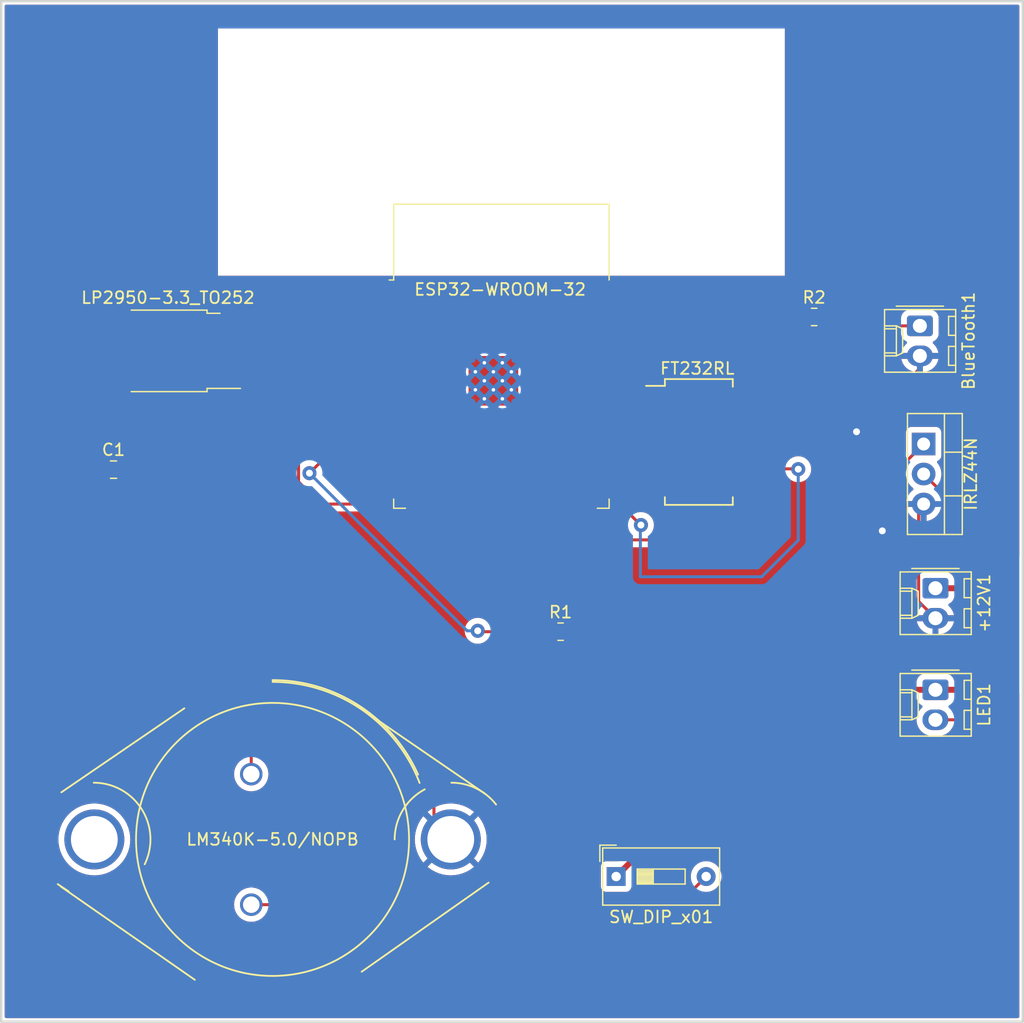
<source format=kicad_pcb>
(kicad_pcb (version 20221018) (generator pcbnew)
  (layers (0 "F.Cu" signal) (31 "B.Cu" signal) (34 "B.Paste" user) (35 "F.Paste" user) (36 "B.SilkS" user "B.Silkscreen") (37 "F.SilkS" user "F.Silkscreen") (38 "B.Mask" user) (39 "F.Mask" user) (44 "Edge.Cuts" user))
  (net 0 "")
  (net 1 "GND")
  (net 2 "Net-(Q1-G)")
  (net 3 "Net-(U3-IO26)")
  (net 4 "Net-(U3-IO23)")
  (net 5 "Net-(U1-IN)")
  (net 7 "Net-(U2-VO)")
  (net 36 "Net-(U3-IO0)")
  (net 37 "Net-(U3-RXD0{slash}IO3)")
  (net 39 "Net-(U3-TXD0{slash}IO1)")
  (net 61 "Net-(+12V1-Pin_1)")
  (net 62 "Net-(LED1-Pin_2)")
  (net 63 "Net-(BlueTooth1-Pin_1)")
  (net 64 "Net-(U1-OUT)")
  (footprint "footprints:LM340K-5.0&slash_NOPB" (layer "F.Cu") (at 114.3 127.889)
    (fp_text reference "U1" hide)
    (fp_text value "LM340K-5.0/NOPB" (at 1.8034 -5.5245) (layer "F.SilkS"))
    (fp_line (start -16.383 -1.7399) (end -15.4686 -1.1303) (stroke (width 0.1524)) (layer "F.SilkS"))
    (fp_line (start -16.129 -1.5367) (end -4.7752 6.3627) (stroke (width 0.1524)) (layer "F.SilkS"))
    (fp_line (start -16.0782 -9.5123) (end -5.6642 -16.6243) (stroke (width 0.1524)) (layer "F.SilkS"))
    (fp_line (start 8.7884 -16.9545) (end 10.8204 -15.5575) (stroke (width 0.1524)) (layer "F.SilkS"))
    (fp_line (start 9.2456 -16.6243) (end 19.7612 -9.4107) (stroke (width 0.1524)) (layer "F.SilkS"))
    (fp_line (start 9.3472 5.6769) (end 20.0914 -1.8669) (stroke (width 0.1524)) (layer "F.SilkS"))
    (fp_arc (start -13.335 -10.3251) (mid -9.26386 -8.06843) (end -9.020249 -3.420055) (stroke (width 0.1524)) (layer "F.SilkS"))
    (fp_arc (start 1.8034 -19.0119) (mid 9.149164 -16.835985) (end 14.124753 -11.01032) (stroke (width 0.1524)) (layer "F.SilkS"))
    (fp_arc (start 1.8034 -18.8595) (mid 9.356427 -16.514223) (end 14.252695 -10.303337) (stroke (width 0.1524)) (layer "F.SilkS"))
    (fp_arc (start 12.1412 -5.5245) (mid 12.826883 -7.996992) (end 14.688055 -9.763178) (stroke (width 0.1524)) (layer "F.SilkS"))
    (fp_arc (start 16.9418 -10.3251) (mid 19.046245 -9.839251) (end 20.724724 -8.480044) (stroke (width 0.1524)) (layer "F.SilkS"))
    (fp_circle (center 1.8034 -5.5245) (end 13.3604 -5.5245) (stroke (width 0.1524)) (fill none) (layer "F.SilkS"))
    (pad "1" thru_hole circle (at 0 0 90) (size 1.905 1.905) (drill 1.397) (layers "*.Cu" "*.Mask") (net 5 "Net-(U1-IN)"))
    (pad "2" thru_hole circle (at 0 -11.049 90) (size 1.905 1.905) (drill 1.397) (layers "*.Cu" "*.Mask") (net 64 "Net-(U1-OUT)"))
    (pad "3" thru_hole circle (at 16.891 -5.5245) (size 5.08 5.08) (drill 3.9624) (layers "*.Cu" "*.Mask") (net 1 "GND"))
    (pad "4" thru_hole circle (at -13.2842 -5.5245) (size 5.08 5.08) (drill 3.9624) (layers "*.Cu" "*.Mask"))
  )
  (footprint "Package_TO_SOT_THT:TO-220-3_Vertical" (layer "F.Cu") (at 171.223388 88.891149 -90)
    (fp_text reference "Q1" hide)
    (fp_text value "IRLZ44N" (at 2.54 -3.993 90) (layer "F.SilkS"))
    (fp_line (start -2.58 -3.27) (end -2.58 1.371) (stroke (width 0.12)) (layer "F.SilkS"))
    (fp_line (start -2.58 -3.27) (end 7.66 -3.27) (stroke (width 0.12)) (layer "F.SilkS"))
    (fp_line (start -2.58 -1.76) (end 7.66 -1.76) (stroke (width 0.12)) (layer "F.SilkS"))
    (fp_line (start -2.58 1.371) (end 7.66 1.371) (stroke (width 0.12)) (layer "F.SilkS"))
    (fp_line (start 0.69 -3.27) (end 0.69 -1.76) (stroke (width 0.12)) (layer "F.SilkS"))
    (fp_line (start 4.391 -3.27) (end 4.391 -1.76) (stroke (width 0.12)) (layer "F.SilkS"))
    (fp_line (start 7.66 -3.27) (end 7.66 1.371) (stroke (width 0.12)) (layer "F.SilkS"))
    (pad "1" thru_hole rect (at 0 0 270) (size 1.905 2) (drill 1.1) (layers "*.Cu" "*.Mask") (net 2 "Net-(Q1-G)"))
    (pad "2" thru_hole oval (at 2.54 0 270) (size 1.905 2) (drill 1.1) (layers "*.Cu" "*.Mask") (net 62 "Net-(LED1-Pin_2)"))
    (pad "3" thru_hole oval (at 5.08 0 270) (size 1.905 2) (drill 1.1) (layers "*.Cu" "*.Mask") (net 1 "GND"))
  )
  (footprint "Resistor_SMD:R_0805_2012Metric_Pad1.20x1.40mm_HandSolder" (layer "F.Cu") (at 161.95249 78.134426)
    (fp_text reference "R2" (at 0 -1.65) (layer "F.SilkS"))
    (fp_text value "10000")
    (fp_line (start -0.227064 -0.735) (end 0.227064 -0.735) (stroke (width 0.12)) (layer "F.SilkS"))
    (fp_line (start -0.227064 0.735) (end 0.227064 0.735) (stroke (width 0.12)) (layer "F.SilkS"))
    (pad "1" smd roundrect (at -1 0) (size 1.2 1.4) (layers "F.Cu" "F.Paste" "F.Mask") (roundrect_rratio 0.2083333333) (net 4 "Net-(U3-IO23)"))
    (pad "2" smd roundrect (at 1 0) (size 1.2 1.4) (layers "F.Cu" "F.Paste" "F.Mask") (roundrect_rratio 0.2083333333) (net 63 "Net-(BlueTooth1-Pin_1)"))
  )
  (footprint "Connector_Molex:Molex_KK-254_AE-6410-02A_1x02_P2.54mm_Vertical" (layer "F.Cu") (at 172.221597 101.099857 -90)
    (fp_text reference "+12V1" (at 1.27 -4.12 90) (layer "F.SilkS"))
    (fp_text value "Conn_01x02")
    (fp_line (start -1.67 -2) (end -1.67 2) (stroke (width 0.12)) (layer "F.SilkS"))
    (fp_line (start -1.38 -3.03) (end -1.38 2.99) (stroke (width 0.12)) (layer "F.SilkS"))
    (fp_line (start -1.38 2.99) (end 3.92 2.99) (stroke (width 0.12)) (layer "F.SilkS"))
    (fp_line (start -0.8 -3.03) (end -0.8 -2.43) (stroke (width 0.12)) (layer "F.SilkS"))
    (fp_line (start -0.8 -2.43) (end 0.8 -2.43) (stroke (width 0.12)) (layer "F.SilkS"))
    (fp_line (start 0 1.99) (end 0.25 1.46) (stroke (width 0.12)) (layer "F.SilkS"))
    (fp_line (start 0 1.99) (end 2.54 1.99) (stroke (width 0.12)) (layer "F.SilkS"))
    (fp_line (start 0 2.99) (end 0 1.99) (stroke (width 0.12)) (layer "F.SilkS"))
    (fp_line (start 0.25 1.46) (end 2.29 1.46) (stroke (width 0.12)) (layer "F.SilkS"))
    (fp_line (start 0.25 2.99) (end 0.25 1.99) (stroke (width 0.12)) (layer "F.SilkS"))
    (fp_line (start 0.8 -2.43) (end 0.8 -3.03) (stroke (width 0.12)) (layer "F.SilkS"))
    (fp_line (start 1.74 -3.03) (end 1.74 -2.43) (stroke (width 0.12)) (layer "F.SilkS"))
    (fp_line (start 1.74 -2.43) (end 3.34 -2.43) (stroke (width 0.12)) (layer "F.SilkS"))
    (fp_line (start 2.29 1.46) (end 2.54 1.99) (stroke (width 0.12)) (layer "F.SilkS"))
    (fp_line (start 2.29 2.99) (end 2.29 1.99) (stroke (width 0.12)) (layer "F.SilkS"))
    (fp_line (start 2.54 1.99) (end 2.54 2.99) (stroke (width 0.12)) (layer "F.SilkS"))
    (fp_line (start 3.34 -2.43) (end 3.34 -3.03) (stroke (width 0.12)) (layer "F.SilkS"))
    (fp_line (start 3.92 -3.03) (end -1.38 -3.03) (stroke (width 0.12)) (layer "F.SilkS"))
    (fp_line (start 3.92 2.99) (end 3.92 -3.03) (stroke (width 0.12)) (layer "F.SilkS"))
    (pad "1" thru_hole roundrect (at 0 0 270) (size 1.74 2.19) (drill 1.19) (layers "*.Cu" "*.Mask") (roundrect_rratio 0.1436781609) (net 61 "Net-(+12V1-Pin_1)"))
    (pad "2" thru_hole oval (at 2.54 0 270) (size 1.74 2.19) (drill 1.19) (layers "*.Cu" "*.Mask") (net 1 "GND"))
  )
  (footprint "Connector_Molex:Molex_KK-254_AE-6410-02A_1x02_P2.54mm_Vertical" (layer "F.Cu") (at 170.904782 78.889055 -90)
    (fp_text reference "BlueTooth1" (at 1.27 -4.12 90) (layer "F.SilkS"))
    (fp_text value "LED" hide)
    (fp_line (start -1.67 -2) (end -1.67 2) (stroke (width 0.12)) (layer "F.SilkS"))
    (fp_line (start -1.38 -3.03) (end -1.38 2.99) (stroke (width 0.12)) (layer "F.SilkS"))
    (fp_line (start -1.38 2.99) (end 3.92 2.99) (stroke (width 0.12)) (layer "F.SilkS"))
    (fp_line (start -0.8 -3.03) (end -0.8 -2.43) (stroke (width 0.12)) (layer "F.SilkS"))
    (fp_line (start -0.8 -2.43) (end 0.8 -2.43) (stroke (width 0.12)) (layer "F.SilkS"))
    (fp_line (start 0 1.99) (end 0.25 1.46) (stroke (width 0.12)) (layer "F.SilkS"))
    (fp_line (start 0 1.99) (end 2.54 1.99) (stroke (width 0.12)) (layer "F.SilkS"))
    (fp_line (start 0 2.99) (end 0 1.99) (stroke (width 0.12)) (layer "F.SilkS"))
    (fp_line (start 0.25 1.46) (end 2.29 1.46) (stroke (width 0.12)) (layer "F.SilkS"))
    (fp_line (start 0.25 2.99) (end 0.25 1.99) (stroke (width 0.12)) (layer "F.SilkS"))
    (fp_line (start 0.8 -2.43) (end 0.8 -3.03) (stroke (width 0.12)) (layer "F.SilkS"))
    (fp_line (start 1.74 -3.03) (end 1.74 -2.43) (stroke (width 0.12)) (layer "F.SilkS"))
    (fp_line (start 1.74 -2.43) (end 3.34 -2.43) (stroke (width 0.12)) (layer "F.SilkS"))
    (fp_line (start 2.29 1.46) (end 2.54 1.99) (stroke (width 0.12)) (layer "F.SilkS"))
    (fp_line (start 2.29 2.99) (end 2.29 1.99) (stroke (width 0.12)) (layer "F.SilkS"))
    (fp_line (start 2.54 1.99) (end 2.54 2.99) (stroke (width 0.12)) (layer "F.SilkS"))
    (fp_line (start 3.34 -2.43) (end 3.34 -3.03) (stroke (width 0.12)) (layer "F.SilkS"))
    (fp_line (start 3.92 -3.03) (end -1.38 -3.03) (stroke (width 0.12)) (layer "F.SilkS"))
    (fp_line (start 3.92 2.99) (end 3.92 -3.03) (stroke (width 0.12)) (layer "F.SilkS"))
    (pad "1" thru_hole roundrect (at 0 0 270) (size 1.74 2.19) (drill 1.19) (layers "*.Cu" "*.Mask") (roundrect_rratio 0.1436781609) (net 63 "Net-(BlueTooth1-Pin_1)"))
    (pad "2" thru_hole oval (at 2.54 0 270) (size 1.74 2.19) (drill 1.19) (layers "*.Cu" "*.Mask") (net 1 "GND"))
  )
  (footprint "Resistor_SMD:R_0805_2012Metric_Pad1.20x1.40mm_HandSolder" (layer "F.Cu") (at 140.489846 104.778417)
    (fp_text reference "R1" (at 0 -1.65) (layer "F.SilkS"))
    (fp_text value "10000")
    (fp_line (start -0.227064 -0.735) (end 0.227064 -0.735) (stroke (width 0.12)) (layer "F.SilkS"))
    (fp_line (start -0.227064 0.735) (end 0.227064 0.735) (stroke (width 0.12)) (layer "F.SilkS"))
    (pad "1" smd roundrect (at -1 0) (size 1.2 1.4) (layers "F.Cu" "F.Paste" "F.Mask") (roundrect_rratio 0.2083333333) (net 3 "Net-(U3-IO26)"))
    (pad "2" smd roundrect (at 1 0) (size 1.2 1.4) (layers "F.Cu" "F.Paste" "F.Mask") (roundrect_rratio 0.2083333333) (net 2 "Net-(Q1-G)"))
  )
  (footprint "Package_TO_SOT_SMD:TO-252-2" (layer "F.Cu") (at 107.246778 81.004418 180)
    (fp_text reference "U2" hide)
    (fp_text value "LP2950-3.3_TO252" (at 0 4.5) (layer "F.SilkS"))
    (fp_line (start -3.31 -3.45) (end -3.31 -3.18) (stroke (width 0.12)) (layer "F.SilkS"))
    (fp_line (start -3.31 -3.18) (end -6.14 -3.18) (stroke (width 0.12)) (layer "F.SilkS"))
    (fp_line (start -3.31 3.18) (end -4.41 3.18) (stroke (width 0.12)) (layer "F.SilkS"))
    (fp_line (start -3.31 3.45) (end -3.31 3.18) (stroke (width 0.12)) (layer "F.SilkS"))
    (fp_line (start 3.11 -3.45) (end -3.31 -3.45) (stroke (width 0.12)) (layer "F.SilkS"))
    (fp_line (start 3.11 3.45) (end -3.31 3.45) (stroke (width 0.12)) (layer "F.SilkS"))
    (pad "1" smd roundrect (at -5.04 -2.28 180) (size 2.2 1.2) (layers "F.Cu" "F.Paste" "F.Mask") (roundrect_rratio 0.2083333333) (net 64 "Net-(U1-OUT)"))
    (pad "2" smd roundrect (at -0.415 -1.525 180) (size 3.05 2.75) (layers "F.Cu" "F.Paste") (roundrect_rratio 0.09090909091) (net 1 "GND"))
    (pad "2" smd roundrect (at -0.415 1.525 180) (size 3.05 2.75) (layers "F.Cu" "F.Paste") (roundrect_rratio 0.09090909091) (net 1 "GND"))
    (pad "2" smd roundrect (at 1.26 0 180) (size 6.4 5.8) (layers "F.Cu" "F.Mask") (roundrect_rratio 0.04310293103) (net 1 "GND"))
    (pad "2" smd roundrect (at 2.935 -1.525 180) (size 3.05 2.75) (layers "F.Cu" "F.Paste") (roundrect_rratio 0.09090909091) (net 1 "GND"))
    (pad "2" smd roundrect (at 2.935 1.525 180) (size 3.05 2.75) (layers "F.Cu" "F.Paste") (roundrect_rratio 0.09090909091) (net 1 "GND"))
    (pad "3" smd roundrect (at -5.04 2.28 180) (size 2.2 1.2) (layers "F.Cu" "F.Paste" "F.Mask") (roundrect_rratio 0.2083333333) (net 7 "Net-(U2-VO)"))
  )
  (footprint "Capacitor_SMD:C_0805_2012Metric_Pad1.18x1.45mm_HandSolder" (layer "F.Cu") (at 102.6375 91.059)
    (fp_text reference "C1" (at 0 -1.68) (layer "F.SilkS"))
    (fp_text value "0.0000001")
    (fp_line (start -0.261252 -0.735) (end 0.261252 -0.735) (stroke (width 0.12)) (layer "F.SilkS"))
    (fp_line (start -0.261252 0.735) (end 0.261252 0.735) (stroke (width 0.12)) (layer "F.SilkS"))
    (pad "1" smd roundrect (at -1.0375 0) (size 1.175 1.45) (layers "F.Cu" "F.Paste" "F.Mask") (roundrect_rratio 0.2127659574) (net 1 "GND"))
    (pad "2" smd roundrect (at 1.0375 0) (size 1.175 1.45) (layers "F.Cu" "F.Paste" "F.Mask") (roundrect_rratio 0.2127659574) (net 7 "Net-(U2-VO)"))
  )
  (footprint "Connector_Molex:Molex_KK-254_AE-6410-02A_1x02_P2.54mm_Vertical" (layer "F.Cu") (at 172.221597 109.699267 -90)
    (fp_text reference "LED1" (at 1.27 -4.12 90) (layer "F.SilkS"))
    (fp_text value "Conn_01x02" hide)
    (fp_line (start -1.67 -2) (end -1.67 2) (stroke (width 0.12)) (layer "F.SilkS"))
    (fp_line (start -1.38 -3.03) (end -1.38 2.99) (stroke (width 0.12)) (layer "F.SilkS"))
    (fp_line (start -1.38 2.99) (end 3.92 2.99) (stroke (width 0.12)) (layer "F.SilkS"))
    (fp_line (start -0.8 -3.03) (end -0.8 -2.43) (stroke (width 0.12)) (layer "F.SilkS"))
    (fp_line (start -0.8 -2.43) (end 0.8 -2.43) (stroke (width 0.12)) (layer "F.SilkS"))
    (fp_line (start 0 1.99) (end 0.25 1.46) (stroke (width 0.12)) (layer "F.SilkS"))
    (fp_line (start 0 1.99) (end 2.54 1.99) (stroke (width 0.12)) (layer "F.SilkS"))
    (fp_line (start 0 2.99) (end 0 1.99) (stroke (width 0.12)) (layer "F.SilkS"))
    (fp_line (start 0.25 1.46) (end 2.29 1.46) (stroke (width 0.12)) (layer "F.SilkS"))
    (fp_line (start 0.25 2.99) (end 0.25 1.99) (stroke (width 0.12)) (layer "F.SilkS"))
    (fp_line (start 0.8 -2.43) (end 0.8 -3.03) (stroke (width 0.12)) (layer "F.SilkS"))
    (fp_line (start 1.74 -3.03) (end 1.74 -2.43) (stroke (width 0.12)) (layer "F.SilkS"))
    (fp_line (start 1.74 -2.43) (end 3.34 -2.43) (stroke (width 0.12)) (layer "F.SilkS"))
    (fp_line (start 2.29 1.46) (end 2.54 1.99) (stroke (width 0.12)) (layer "F.SilkS"))
    (fp_line (start 2.29 2.99) (end 2.29 1.99) (stroke (width 0.12)) (layer "F.SilkS"))
    (fp_line (start 2.54 1.99) (end 2.54 2.99) (stroke (width 0.12)) (layer "F.SilkS"))
    (fp_line (start 3.34 -2.43) (end 3.34 -3.03) (stroke (width 0.12)) (layer "F.SilkS"))
    (fp_line (start 3.92 -3.03) (end -1.38 -3.03) (stroke (width 0.12)) (layer "F.SilkS"))
    (fp_line (start 3.92 2.99) (end 3.92 -3.03) (stroke (width 0.12)) (layer "F.SilkS"))
    (pad "1" thru_hole roundrect (at 0 0 270) (size 1.74 2.19) (drill 1.19) (layers "*.Cu" "*.Mask") (roundrect_rratio 0.1436781609) (net 61 "Net-(+12V1-Pin_1)"))
    (pad "2" thru_hole oval (at 2.54 0 270) (size 1.74 2.19) (drill 1.19) (layers "*.Cu" "*.Mask") (net 62 "Net-(LED1-Pin_2)"))
  )
  (footprint "RF_Module:ESP32-WROOM-32" (layer "F.Cu") (at 135.477234 84.449999)
    (fp_text reference "U3" hide)
    (fp_text value "ESP32-WROOM-32" (at -0.109 -8.642) (layer "F.SilkS"))
    (fp_line (start -9.12 -15.86) (end -9.12 -9.445) (stroke (width 0.12)) (layer "F.SilkS"))
    (fp_line (start -9.12 -15.86) (end 9.12 -15.86) (stroke (width 0.12)) (layer "F.SilkS"))
    (fp_line (start -9.12 -9.445) (end -9.5 -9.445) (stroke (width 0.12)) (layer "F.SilkS"))
    (fp_line (start -9.12 9.1) (end -9.12 9.88) (stroke (width 0.12)) (layer "F.SilkS"))
    (fp_line (start -9.12 9.88) (end -8.12 9.88) (stroke (width 0.12)) (layer "F.SilkS"))
    (fp_line (start 9.12 -15.86) (end 9.12 -9.445) (stroke (width 0.12)) (layer "F.SilkS"))
    (fp_line (start 9.12 9.1) (end 9.12 9.88) (stroke (width 0.12)) (layer "F.SilkS"))
    (fp_line (start 9.12 9.88) (end 8.12 9.88) (stroke (width 0.12)) (layer "F.SilkS"))
    (pad "1" smd rect (at -8.75 -8.25) (size 1.5 0.9) (layers "F.Cu" "F.Paste" "F.Mask") (net 1 "GND"))
    (pad "2" smd rect (at -8.75 -6.98) (size 1.5 0.9) (layers "F.Cu" "F.Paste" "F.Mask") (net 7 "Net-(U2-VO)"))
    (pad "3" smd rect (at -8.75 -5.71) (size 1.5 0.9) (layers "F.Cu" "F.Paste" "F.Mask"))
    (pad "4" smd rect (at -8.75 -4.44) (size 1.5 0.9) (layers "F.Cu" "F.Paste" "F.Mask"))
    (pad "5" smd rect (at -8.75 -3.17) (size 1.5 0.9) (layers "F.Cu" "F.Paste" "F.Mask"))
    (pad "6" smd rect (at -8.75 -1.9) (size 1.5 0.9) (layers "F.Cu" "F.Paste" "F.Mask"))
    (pad "7" smd rect (at -8.75 -0.63) (size 1.5 0.9) (layers "F.Cu" "F.Paste" "F.Mask"))
    (pad "8" smd rect (at -8.75 0.64) (size 1.5 0.9) (layers "F.Cu" "F.Paste" "F.Mask"))
    (pad "9" smd rect (at -8.75 1.91) (size 1.5 0.9) (layers "F.Cu" "F.Paste" "F.Mask"))
    (pad "10" smd rect (at -8.75 3.18) (size 1.5 0.9) (layers "F.Cu" "F.Paste" "F.Mask"))
    (pad "11" smd rect (at -8.75 4.45) (size 1.5 0.9) (layers "F.Cu" "F.Paste" "F.Mask") (net 3 "Net-(U3-IO26)"))
    (pad "12" smd rect (at -8.75 5.72) (size 1.5 0.9) (layers "F.Cu" "F.Paste" "F.Mask"))
    (pad "13" smd rect (at -8.75 6.99) (size 1.5 0.9) (layers "F.Cu" "F.Paste" "F.Mask"))
    (pad "14" smd rect (at -8.75 8.26) (size 1.5 0.9) (layers "F.Cu" "F.Paste" "F.Mask"))
    (pad "15" smd rect (at -5.71 9.51 90) (size 1.5 0.9) (layers "F.Cu" "F.Paste" "F.Mask") (net 1 "GND"))
    (pad "16" smd rect (at -4.44 9.51 90) (size 1.5 0.9) (layers "F.Cu" "F.Paste" "F.Mask"))
    (pad "17" smd rect (at -3.17 9.51 90) (size 1.5 0.9) (layers "F.Cu" "F.Paste" "F.Mask"))
    (pad "18" smd rect (at -1.9 9.51 90) (size 1.5 0.9) (layers "F.Cu" "F.Paste" "F.Mask"))
    (pad "19" smd rect (at -0.63 9.51 90) (size 1.5 0.9) (layers "F.Cu" "F.Paste" "F.Mask"))
    (pad "20" smd rect (at 0.64 9.51 90) (size 1.5 0.9) (layers "F.Cu" "F.Paste" "F.Mask"))
    (pad "21" smd rect (at 1.91 9.51 90) (size 1.5 0.9) (layers "F.Cu" "F.Paste" "F.Mask"))
    (pad "22" smd rect (at 3.18 9.51 90) (size 1.5 0.9) (layers "F.Cu" "F.Paste" "F.Mask"))
    (pad "23" smd rect (at 4.45 9.51 90) (size 1.5 0.9) (layers "F.Cu" "F.Paste" "F.Mask"))
    (pad "24" smd rect (at 5.72 9.51 90) (size 1.5 0.9) (layers "F.Cu" "F.Paste" "F.Mask"))
    (pad "25" smd rect (at 8.75 8.26) (size 1.5 0.9) (layers "F.Cu" "F.Paste" "F.Mask") (net 36 "Net-(U3-IO0)"))
    (pad "26" smd rect (at 8.75 6.99) (size 1.5 0.9) (layers "F.Cu" "F.Paste" "F.Mask"))
    (pad "27" smd rect (at 8.75 5.72) (size 1.5 0.9) (layers "F.Cu" "F.Paste" "F.Mask"))
    (pad "28" smd rect (at 8.75 4.45) (size 1.5 0.9) (layers "F.Cu" "F.Paste" "F.Mask"))
    (pad "29" smd rect (at 8.75 3.18) (size 1.5 0.9) (layers "F.Cu" "F.Paste" "F.Mask"))
    (pad "30" smd rect (at 8.75 1.91) (size 1.5 0.9) (layers "F.Cu" "F.Paste" "F.Mask"))
    (pad "31" smd rect (at 8.75 0.64) (size 1.5 0.9) (layers "F.Cu" "F.Paste" "F.Mask"))
    (pad "32" smd rect (at 8.75 -0.63) (size 1.5 0.9) (layers "F.Cu" "F.Paste" "F.Mask"))
    (pad "33" smd rect (at 8.75 -1.9) (size 1.5 0.9) (layers "F.Cu" "F.Paste" "F.Mask"))
    (pad "34" smd rect (at 8.75 -3.17) (size 1.5 0.9) (layers "F.Cu" "F.Paste" "F.Mask") (net 37 "Net-(U3-RXD0{slash}IO3)"))
    (pad "35" smd rect (at 8.75 -4.44) (size 1.5 0.9) (layers "F.Cu" "F.Paste" "F.Mask") (net 39 "Net-(U3-TXD0{slash}IO1)"))
    (pad "36" smd rect (at 8.75 -5.71) (size 1.5 0.9) (layers "F.Cu" "F.Paste" "F.Mask"))
    (pad "37" smd rect (at 8.75 -6.98) (size 1.5 0.9) (layers "F.Cu" "F.Paste" "F.Mask") (net 4 "Net-(U3-IO23)"))
    (pad "38" smd rect (at 8.75 -8.25) (size 1.5 0.9) (layers "F.Cu" "F.Paste" "F.Mask") (net 1 "GND"))
    (pad "39" smd rect (at -2.205 -2.435) (size 1.05 1.05) (layers "F.Cu" "F.Paste") (net 1 "GND"))
    (pad "39" thru_hole circle (at -2.205 -1.6725) (size 0.6 0.6) (drill 0.3) (property pad_prop_heatsink) (layers "*.Cu" "F.Mask") (net 1 "GND"))
    (pad "39" smd rect (at -2.205 -0.91) (size 1.05 1.05) (layers "F.Cu" "F.Paste") (net 1 "GND"))
    (pad "39" thru_hole circle (at -2.205 -0.1475) (size 0.6 0.6) (drill 0.3) (property pad_prop_heatsink) (layers "*.Cu" "F.Mask") (net 1 "GND"))
    (pad "39" smd rect (at -2.205 0.615) (size 1.05 1.05) (layers "F.Cu" "F.Paste") (net 1 "GND"))
    (pad "39" thru_hole circle (at -1.4425 -2.435) (size 0.6 0.6) (drill 0.3) (property pad_prop_heatsink) (layers "*.Cu" "F.Mask") (net 1 "GND"))
    (pad "39" thru_hole circle (at -1.4425 -0.91) (size 0.6 0.6) (drill 0.3) (property pad_prop_heatsink) (layers "*.Cu" "F.Mask") (net 1 "GND"))
    (pad "39" thru_hole circle (at -1.4425 0.615) (size 0.6 0.6) (drill 0.3) (property pad_prop_heatsink) (layers "*.Cu" "F.Mask") (net 1 "GND"))
    (pad "39" smd rect (at -0.68 -2.435) (size 1.05 1.05) (layers "F.Cu" "F.Paste") (net 1 "GND"))
    (pad "39" thru_hole circle (at -0.68 -1.6725) (size 0.6 0.6) (drill 0.3) (property pad_prop_heatsink) (layers "*.Cu" "F.Mask") (net 1 "GND"))
    (pad "39" smd rect (at -0.68 -0.91) (size 1.05 1.05) (layers "F.Cu" "F.Paste") (net 1 "GND"))
    (pad "39" smd rect (at -0.68 -0.91) (size 4.2 4.2) (layers "F.Cu" "F.Mask") (net 1 "GND"))
    (pad "39" thru_hole circle (at -0.68 -0.1475) (size 0.6 0.6) (drill 0.3) (property pad_prop_heatsink) (layers "*.Cu" "F.Mask") (net 1 "GND"))
    (pad "39" smd rect (at -0.68 0.615) (size 1.05 1.05) (layers "F.Cu" "F.Paste") (net 1 "GND"))
    (pad "39" thru_hole circle (at 0.0825 -2.435) (size 0.6 0.6) (drill 0.3) (property pad_prop_heatsink) (layers "*.Cu" "F.Mask") (net 1 "GND"))
    (pad "39" thru_hole circle (at 0.0825 -0.91) (size 0.6 0.6) (drill 0.3) (property pad_prop_heatsink) (layers "*.Cu" "F.Mask") (net 1 "GND"))
    (pad "39" thru_hole circle (at 0.0825 0.615) (size 0.6 0.6) (drill 0.3) (property pad_prop_heatsink) (layers "*.Cu" "F.Mask") (net 1 "GND"))
    (pad "39" smd rect (at 0.845 -2.435) (size 1.05 1.05) (layers "F.Cu" "F.Paste") (net 1 "GND"))
    (pad "39" thru_hole circle (at 0.845 -1.6725) (size 0.6 0.6) (drill 0.3) (property pad_prop_heatsink) (layers "*.Cu" "F.Mask") (net 1 "GND"))
    (pad "39" smd rect (at 0.845 -0.91) (size 1.05 1.05) (layers "F.Cu" "F.Paste") (net 1 "GND"))
    (pad "39" thru_hole circle (at 0.845 -0.1475) (size 0.6 0.6) (drill 0.3) (property pad_prop_heatsink) (layers "*.Cu" "F.Mask") (net 1 "GND"))
    (pad "39" smd rect (at 0.845 0.615) (size 1.05 1.05) (layers "F.Cu" "F.Paste") (net 1 "GND"))
    (zone (net 0) (net_name "") (layers "F.Cu" "In1.Cu" "B.Cu") (connect_pads (clearance 0)) (min_thickness 0.254)
      (keepout (tracks not_allowed) (vias not_allowed) (pads not_allowed) (copperpour not_allowed) (footprints not_allowed))
      (fill (thermal_gap 0.508) (thermal_bridge_width 0.508))
      (polygon (pts (xy 111.477234 74.649999) (xy 159.477234 74.649999) (xy 159.477234 53.709999) (xy 111.477234 53.709999)))
    )
  )
  (footprint "Button_Switch_THT:SW_DIP_SPSTx01_Slide_9.78x4.72mm_W7.62mm_P2.54mm" (layer "F.Cu") (at 145.192146 125.50827)
    (fp_text reference "SW1" hide)
    (fp_text value "SW_DIP_x01" (at 3.81 3.42) (layer "F.SilkS"))
    (fp_line (start -1.38 -2.66) (end -1.38 -1.277) (stroke (width 0.12)) (layer "F.SilkS"))
    (fp_line (start -1.38 -2.66) (end 0.004 -2.66) (stroke (width 0.12)) (layer "F.SilkS"))
    (fp_line (start -1.14 -2.42) (end -1.14 2.42) (stroke (width 0.12)) (layer "F.SilkS"))
    (fp_line (start -1.14 -2.42) (end 8.76 -2.42) (stroke (width 0.12)) (layer "F.SilkS"))
    (fp_line (start -1.14 2.42) (end 8.76 2.42) (stroke (width 0.12)) (layer "F.SilkS"))
    (fp_line (start 1.78 -0.635) (end 1.78 0.635) (stroke (width 0.12)) (layer "F.SilkS"))
    (fp_line (start 1.78 -0.515) (end 3.133333 -0.515) (stroke (width 0.12)) (layer "F.SilkS"))
    (fp_line (start 1.78 -0.395) (end 3.133333 -0.395) (stroke (width 0.12)) (layer "F.SilkS"))
    (fp_line (start 1.78 -0.275) (end 3.133333 -0.275) (stroke (width 0.12)) (layer "F.SilkS"))
    (fp_line (start 1.78 -0.155) (end 3.133333 -0.155) (stroke (width 0.12)) (layer "F.SilkS"))
    (fp_line (start 1.78 -0.035) (end 3.133333 -0.035) (stroke (width 0.12)) (layer "F.SilkS"))
    (fp_line (start 1.78 0.085) (end 3.133333 0.085) (stroke (width 0.12)) (layer "F.SilkS"))
    (fp_line (start 1.78 0.205) (end 3.133333 0.205) (stroke (width 0.12)) (layer "F.SilkS"))
    (fp_line (start 1.78 0.325) (end 3.133333 0.325) (stroke (width 0.12)) (layer "F.SilkS"))
    (fp_line (start 1.78 0.445) (end 3.133333 0.445) (stroke (width 0.12)) (layer "F.SilkS"))
    (fp_line (start 1.78 0.565) (end 3.133333 0.565) (stroke (width 0.12)) (layer "F.SilkS"))
    (fp_line (start 1.78 0.635) (end 5.84 0.635) (stroke (width 0.12)) (layer "F.SilkS"))
    (fp_line (start 3.133333 -0.635) (end 3.133333 0.635) (stroke (width 0.12)) (layer "F.SilkS"))
    (fp_line (start 5.84 -0.635) (end 1.78 -0.635) (stroke (width 0.12)) (layer "F.SilkS"))
    (fp_line (start 5.84 0.635) (end 5.84 -0.635) (stroke (width 0.12)) (layer "F.SilkS"))
    (fp_line (start 8.76 -2.42) (end 8.76 2.42) (stroke (width 0.12)) (layer "F.SilkS"))
    (pad "1" thru_hole rect (at 0 0) (size 1.6 1.6) (drill 0.8) (layers "*.Cu" "*.Mask") (net 61 "Net-(+12V1-Pin_1)"))
    (pad "2" thru_hole oval (at 7.62 0) (size 1.6 1.6) (drill 0.8) (layers "*.Cu" "*.Mask") (net 5 "Net-(U1-IN)"))
  )
  (footprint "Package_SO:SSOP-28_5.3x10.2mm_P0.65mm" (layer "F.Cu") (at 152.192726 88.717633)
    (fp_text reference "U4" hide)
    (fp_text value "FT232RL" (at -0.127 -6.223) (layer "F.SilkS"))
    (fp_line (start -2.875 -5.325) (end -2.875 -4.75) (stroke (width 0.15)) (layer "F.SilkS"))
    (fp_line (start -2.875 -5.325) (end 2.875 -5.325) (stroke (width 0.15)) (layer "F.SilkS"))
    (fp_line (start -2.875 -4.75) (end -4.475 -4.75) (stroke (width 0.15)) (layer "F.SilkS"))
    (fp_line (start -2.875 5.325) (end -2.875 4.675) (stroke (width 0.15)) (layer "F.SilkS"))
    (fp_line (start -2.875 5.325) (end 2.875 5.325) (stroke (width 0.15)) (layer "F.SilkS"))
    (fp_line (start 2.875 -5.325) (end 2.875 -4.675) (stroke (width 0.15)) (layer "F.SilkS"))
    (fp_line (start 2.875 5.325) (end 2.875 4.675) (stroke (width 0.15)) (layer "F.SilkS"))
    (pad "1" smd rect (at -3.6 -4.225) (size 1.75 0.45) (layers "F.Cu" "F.Paste" "F.Mask") (net 37 "Net-(U3-RXD0{slash}IO3)"))
    (pad "2" smd rect (at -3.6 -3.575) (size 1.75 0.45) (layers "F.Cu" "F.Paste" "F.Mask"))
    (pad "3" smd rect (at -3.6 -2.925) (size 1.75 0.45) (layers "F.Cu" "F.Paste" "F.Mask"))
    (pad "4" smd rect (at -3.6 -2.275) (size 1.75 0.45) (layers "F.Cu" "F.Paste" "F.Mask"))
    (pad "5" smd rect (at -3.6 -1.625) (size 1.75 0.45) (layers "F.Cu" "F.Paste" "F.Mask") (net 39 "Net-(U3-TXD0{slash}IO1)"))
    (pad "6" smd rect (at -3.6 -0.975) (size 1.75 0.45) (layers "F.Cu" "F.Paste" "F.Mask"))
    (pad "7" smd rect (at -3.6 -0.325) (size 1.75 0.45) (layers "F.Cu" "F.Paste" "F.Mask"))
    (pad "8" smd rect (at -3.6 0.325) (size 1.75 0.45) (layers "F.Cu" "F.Paste" "F.Mask"))
    (pad "9" smd rect (at -3.6 0.975) (size 1.75 0.45) (layers "F.Cu" "F.Paste" "F.Mask"))
    (pad "10" smd rect (at -3.6 1.625) (size 1.75 0.45) (layers "F.Cu" "F.Paste" "F.Mask"))
    (pad "11" smd rect (at -3.6 2.275) (size 1.75 0.45) (layers "F.Cu" "F.Paste" "F.Mask"))
    (pad "12" smd rect (at -3.6 2.925) (size 1.75 0.45) (layers "F.Cu" "F.Paste" "F.Mask"))
    (pad "13" smd rect (at -3.6 3.575) (size 1.75 0.45) (layers "F.Cu" "F.Paste" "F.Mask"))
    (pad "14" smd rect (at -3.6 4.225) (size 1.75 0.45) (layers "F.Cu" "F.Paste" "F.Mask"))
    (pad "15" smd rect (at 3.6 4.225) (size 1.75 0.45) (layers "F.Cu" "F.Paste" "F.Mask"))
    (pad "16" smd rect (at 3.6 3.575) (size 1.75 0.45) (layers "F.Cu" "F.Paste" "F.Mask"))
    (pad "17" smd rect (at 3.6 2.925) (size 1.75 0.45) (layers "F.Cu" "F.Paste" "F.Mask") (net 7 "Net-(U2-VO)"))
    (pad "18" smd rect (at 3.6 2.275) (size 1.75 0.45) (layers "F.Cu" "F.Paste" "F.Mask") (net 36 "Net-(U3-IO0)"))
    (pad "19" smd rect (at 3.6 1.625) (size 1.75 0.45) (layers "F.Cu" "F.Paste" "F.Mask"))
    (pad "20" smd rect (at 3.6 0.975) (size 1.75 0.45) (layers "F.Cu" "F.Paste" "F.Mask"))
    (pad "21" smd rect (at 3.6 0.325) (size 1.75 0.45) (layers "F.Cu" "F.Paste" "F.Mask") (net 1 "GND"))
    (pad "22" smd rect (at 3.6 -0.325) (size 1.75 0.45) (layers "F.Cu" "F.Paste" "F.Mask"))
    (pad "23" smd rect (at 3.6 -0.975) (size 1.75 0.45) (layers "F.Cu" "F.Paste" "F.Mask"))
    (pad "24" smd rect (at 3.6 -1.625) (size 1.75 0.45) (layers "F.Cu" "F.Paste" "F.Mask"))
    (pad "25" smd rect (at 3.6 -2.275) (size 1.75 0.45) (layers "F.Cu" "F.Paste" "F.Mask"))
    (pad "26" smd rect (at 3.6 -2.925) (size 1.75 0.45) (layers "F.Cu" "F.Paste" "F.Mask"))
    (pad "27" smd rect (at 3.6 -3.575) (size 1.75 0.45) (layers "F.Cu" "F.Paste" "F.Mask"))
    (pad "28" smd rect (at 3.6 -4.225) (size 1.75 0.45) (layers "F.Cu" "F.Paste" "F.Mask"))
  )
  (gr_rect (start 93.129457 51.401096) (end 179.62196 137.792379) (stroke (width 0.2)) (fill none) (layer "Edge.Cuts"))
  (segment (start 169.993399 93.971149) (end 171.223388 93.971149) (width 0.254) (layer "F.Cu") (net 1))
  (segment (start 164.350046 89.042633) (end 165.541131 87.851548) (width 0.254) (layer "F.Cu") (net 1))
  (segment (start 129.767234 93.959999) (end 129.767234 120.940734) (width 0.254) (layer "F.Cu") (net 1))
  (segment (start 167.722985 96.241563) (end 169.993399 93.971149) (width 0.254) (layer "F.Cu") (net 1))
  (segment (start 101.6 85.241196) (end 104.311778 82.529418) (width 0.254) (layer "F.Cu") (net 1))
  (segment (start 155.792726 89.042633) (end 164.350046 89.042633) (width 0.254) (layer "F.Cu") (net 1))
  (segment (start 129.767234 120.940734) (end 131.191 122.3645) (width 0.254) (layer "F.Cu") (net 1))
  (segment (start 170.904782 82.487897) (end 165.541131 87.851548) (width 0.254) (layer "F.Cu") (net 1))
  (segment (start 170.904782 81.429055) (end 170.904782 82.487897) (width 0.254) (layer "F.Cu") (net 1))
  (segment (start 170.799597 94.39494) (end 171.223388 93.971149) (width 0.254) (layer "F.Cu") (net 1))
  (segment (start 101.6 91.059) (end 101.6 85.241196) (width 0.254) (layer "F.Cu") (net 1))
  (segment (start 172.221597 103.639857) (end 170.799597 102.217857) (width 0.254) (layer "F.Cu") (net 1))
  (segment (start 170.799597 102.217857) (end 170.799597 94.39494) (width 0.254) (layer "F.Cu") (net 1))
  (via (at 167.722985 96.241563) (size 1.1938) (drill 0.5842) (layers "F.Cu" "B.Cu") (net 1))
  (via (at 165.541131 87.851548) (size 1.1938) (drill 0.5842) (layers "F.Cu" "B.Cu") (net 1))
  (segment (start 165.541131 94.059709) (end 167.722985 96.241563) (width 0.254) (layer "B.Cu") (net 1))
  (segment (start 165.541131 87.851548) (end 165.541131 94.059709) (width 0.254) (layer "B.Cu") (net 1))
  (segment (start 171.223388 88.891149) (end 155.33612 104.778417) (width 0.254) (layer "F.Cu") (net 2))
  (segment (start 155.33612 104.778417) (end 141.489846 104.778417) (width 0.254) (layer "F.Cu") (net 2))
  (segment (start 139.489846 104.778417) (end 133.547468 104.778417) (width 0.254) (layer "F.Cu") (net 3))
  (segment (start 121.685386 88.899999) (end 126.727234 88.899999) (width 0.254) (layer "F.Cu") (net 3))
  (segment (start 119.227351 91.358034) (end 121.685386 88.899999) (width 0.254) (layer "F.Cu") (net 3))
  (segment (start 133.547468 104.778417) (end 133.473131 104.70408) (width 0.254) (layer "F.Cu") (net 3))
  (via (at 119.227351 91.358034) (size 1.1938) (drill 0.5842) (layers "F.Cu" "B.Cu") (net 3))
  (via (at 133.473131 104.70408) (size 1.1938) (drill 0.5842) (layers "F.Cu" "B.Cu") (net 3))
  (segment (start 133.473131 104.70408) (end 132.573397 104.70408) (width 0.254) (layer "B.Cu") (net 3))
  (segment (start 132.573397 104.70408) (end 119.227351 91.358034) (width 0.254) (layer "B.Cu") (net 3))
  (segment (start 160.288063 77.469999) (end 144.227234 77.469999) (width 0.254) (layer "F.Cu") (net 4))
  (segment (start 160.95249 78.134426) (end 160.288063 77.469999) (width 0.254) (layer "F.Cu") (net 4))
  (segment (start 150.431416 127.889) (end 152.812146 125.50827) (width 0.254) (layer "F.Cu") (net 5))
  (segment (start 114.3 127.889) (end 150.431416 127.889) (width 0.254) (layer "F.Cu") (net 5))
  (segment (start 103.675 91.059) (end 109.513778 85.220222) (width 0.254) (layer "F.Cu") (net 7))
  (segment (start 118.303451 84.776983) (end 125.610435 77.469999) (width 0.254) (layer "F.Cu") (net 7))
  (segment (start 156.994726 91.715633) (end 156.994726 97.005274) (width 0.254) (layer "F.Cu") (net 7))
  (segment (start 112.286778 78.724418) (end 113.541197 77.469999) (width 0.254) (layer "F.Cu") (net 7))
  (segment (start 141.974234 92.882999) (end 128.408234 92.882999) (width 0.254) (layer "F.Cu") (net 7))
  (segment (start 156.921726 91.642633) (end 156.994726 91.715633) (width 0.254) (layer "F.Cu") (net 7))
  (segment (start 128.408234 92.882999) (end 127.316475 93.974758) (width 0.254) (layer "F.Cu") (net 7))
  (segment (start 109.513778 85.220222) (end 109.513778 81.497418) (width 0.254) (layer "F.Cu") (net 7))
  (segment (start 127.316475 93.974758) (end 120.18614 93.974758) (width 0.254) (layer "F.Cu") (net 7))
  (segment (start 156.994726 97.005274) (end 146.096509 97.005274) (width 0.254) (layer "F.Cu") (net 7))
  (segment (start 125.610435 77.469999) (end 126.727234 77.469999) (width 0.254) (layer "F.Cu") (net 7))
  (segment (start 120.18614 93.974758) (end 118.303451 92.092069) (width 0.254) (layer "F.Cu") (net 7))
  (segment (start 113.541197 77.469999) (end 126.727234 77.469999) (width 0.254) (layer "F.Cu") (net 7))
  (segment (start 146.096509 97.005274) (end 141.974234 92.882999) (width 0.254) (layer "F.Cu") (net 7))
  (segment (start 118.303451 92.092069) (end 118.303451 84.776983) (width 0.254) (layer "F.Cu") (net 7))
  (segment (start 155.792726 91.642633) (end 156.921726 91.642633) (width 0.254) (layer "F.Cu") (net 7))
  (segment (start 109.513778 81.497418) (end 112.286778 78.724418) (width 0.254) (layer "F.Cu") (net 7))
  (segment (start 147.266333 95.749098) (end 144.227234 92.709999) (width 0.254) (layer "F.Cu") (net 36))
  (segment (start 160.579515 90.992633) (end 160.607381 91.020499) (width 0.254) (layer "F.Cu") (net 36))
  (segment (start 155.792726 90.992633) (end 160.579515 90.992633) (width 0.254) (layer "F.Cu") (net 36))
  (segment (start 147.291326 95.749098) (end 147.266333 95.749098) (width 0.254) (layer "F.Cu") (net 36))
  (via (at 147.291326 95.749098) (size 1.1938) (drill 0.5842) (layers "F.Cu" "B.Cu") (net 36))
  (via (at 160.607381 91.020499) (size 1.1938) (drill 0.5842) (layers "F.Cu" "B.Cu") (net 36))
  (segment (start 147.241341 95.799083) (end 147.291326 95.749098) (width 0.254) (layer "B.Cu") (net 36))
  (segment (start 160.607381 91.020499) (end 160.607381 97.038716) (width 0.254) (layer "B.Cu") (net 36))
  (segment (start 157.518296 100.127801) (end 147.241341 100.127801) (width 0.254) (layer "B.Cu") (net 36))
  (segment (start 160.607381 97.038716) (end 157.518296 100.127801) (width 0.254) (layer "B.Cu") (net 36))
  (segment (start 147.241341 100.127801) (end 147.241341 95.799083) (width 0.254) (layer "B.Cu") (net 36))
  (segment (start 148.592726 84.492633) (end 145.380092 81.279999) (width 0.254) (layer "F.Cu") (net 37))
  (segment (start 145.380092 81.279999) (end 144.227234 81.279999) (width 0.254) (layer "F.Cu") (net 37))
  (segment (start 145.864092 80.009999) (end 149.794726 83.940633) (width 0.254) (layer "F.Cu") (net 39))
  (segment (start 149.721726 87.092633) (end 148.592726 87.092633) (width 0.254) (layer "F.Cu") (net 39))
  (segment (start 144.227234 80.009999) (end 145.864092 80.009999) (width 0.254) (layer "F.Cu") (net 39))
  (segment (start 149.794726 83.940633) (end 149.794726 87.019633) (width 0.254) (layer "F.Cu") (net 39))
  (segment (start 149.794726 87.019633) (end 149.721726 87.092633) (width 0.254) (layer "F.Cu") (net 39))
  (segment (start 172.221597 101.099857) (end 177.679744 101.099857) (width 0.508) (layer "F.Cu") (net 61))
  (segment (start 177.679744 101.099857) (end 178.229872 101.649985) (width 0.508) (layer "F.Cu") (net 61))
  (segment (start 145.192146 125.50827) (end 161.001149 109.699267) (width 0.508) (layer "F.Cu") (net 61))
  (segment (start 161.001149 109.699267) (end 172.221597 109.699267) (width 0.508) (layer "F.Cu") (net 61))
  (segment (start 178.229872 101.649985) (end 178.229872 109.087781) (width 0.508) (layer "F.Cu") (net 61))
  (segment (start 172.221597 101.099857) (end 172.221597 101.722043) (width 0.254) (layer "F.Cu") (net 61))
  (segment (start 177.618386 109.699267) (end 172.221597 109.699267) (width 0.508) (layer "F.Cu") (net 61))
  (segment (start 178.229872 109.087781) (end 177.618386 109.699267) (width 0.508) (layer "F.Cu") (net 61))
  (segment (start 178.810872 109.328439) (end 175.900044 112.239267) (width 0.254) (layer "F.Cu") (net 62))
  (segment (start 178.810872 99.018633) (end 178.810872 109.328439) (width 0.254) (layer "F.Cu") (net 62))
  (segment (start 171.223388 91.431149) (end 178.810872 99.018633) (width 0.254) (layer "F.Cu") (net 62))
  (segment (start 175.900044 112.239267) (end 172.221597 112.239267) (width 0.254) (layer "F.Cu") (net 62))
  (segment (start 170.904782 78.889055) (end 163.707119 78.889055) (width 0.254) (layer "F.Cu") (net 63))
  (segment (start 163.707119 78.889055) (end 162.95249 78.134426) (width 0.254) (layer "F.Cu") (net 63))
  (segment (start 114.3 85.29764) (end 114.3 116.84) (width 0.254) (layer "F.Cu") (net 64))
  (segment (start 112.286778 83.284418) (end 114.3 85.29764) (width 0.254) (layer "F.Cu") (net 64))
  (zone (net 1) (net_name "GND") (layers "F&B.Cu") (connect_pads (clearance 0.5)) (min_thickness 0.25) (fill yes (thermal_gap 0.5) (thermal_bridge_width 0.5))
    (polygon (pts (xy 93.129457 51.401096) (xy 179.62196 51.401096) (xy 179.62196 137.792379) (xy 93.129457 137.792379)))
  )
)
</source>
